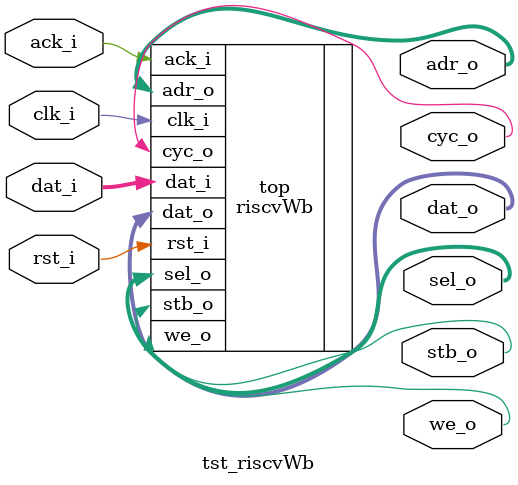
<source format=v>
`timescale 1ns/1ns

module tst_riscvWb (
   input rst_i,
   input clk_i,
   output reg [29:0] adr_o,
   input [31:0] dat_i,
   output reg [31:0] dat_o,
   output reg we_o,
   output reg [3:0] sel_o,
   output reg stb_o,
   input ack_i,
   output reg cyc_o
   );

riscvWb top(
   .rst_i(rst_i),
   .clk_i(clk_i),
   .adr_o(adr_o),  //the wishbone mem is connected word addressed, but the master outputs bytes
   .dat_i(dat_i),
   .dat_o(dat_o),
   .we_o(we_o),
   .sel_o(sel_o),
   .stb_o(stb_o),
   .ack_i(ack_i),
   .cyc_o(cyc_o)
   );

initial begin
    $dumpfile("logs/vlt_dump.vcd");
    $dumpvars();
end

endmodule

</source>
